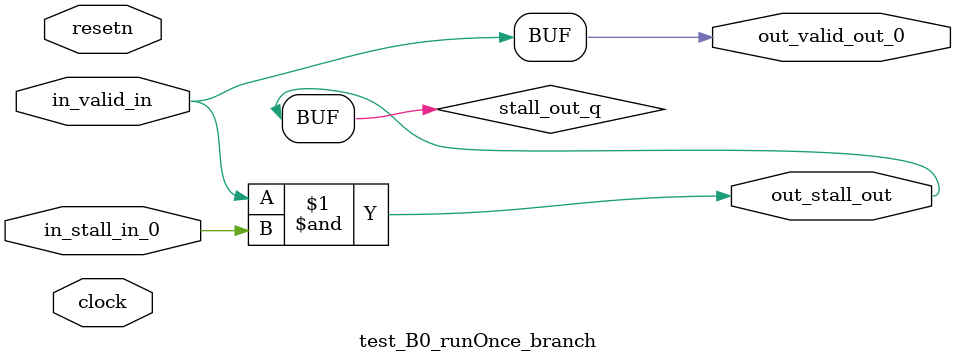
<source format=sv>



(* altera_attribute = "-name AUTO_SHIFT_REGISTER_RECOGNITION OFF; -name MESSAGE_DISABLE 10036; -name MESSAGE_DISABLE 10037; -name MESSAGE_DISABLE 14130; -name MESSAGE_DISABLE 14320; -name MESSAGE_DISABLE 15400; -name MESSAGE_DISABLE 14130; -name MESSAGE_DISABLE 10036; -name MESSAGE_DISABLE 12020; -name MESSAGE_DISABLE 12030; -name MESSAGE_DISABLE 12010; -name MESSAGE_DISABLE 12110; -name MESSAGE_DISABLE 14320; -name MESSAGE_DISABLE 13410; -name MESSAGE_DISABLE 113007; -name MESSAGE_DISABLE 10958" *)
module test_B0_runOnce_branch (
    input wire [0:0] in_stall_in_0,
    input wire [0:0] in_valid_in,
    output wire [0:0] out_stall_out,
    output wire [0:0] out_valid_out_0,
    input wire clock,
    input wire resetn
    );

    wire [0:0] stall_out_q;


    // stall_out(LOGICAL,6)
    assign stall_out_q = in_valid_in & in_stall_in_0;

    // out_stall_out(GPOUT,4)
    assign out_stall_out = stall_out_q;

    // out_valid_out_0(GPOUT,5)
    assign out_valid_out_0 = in_valid_in;

endmodule

</source>
